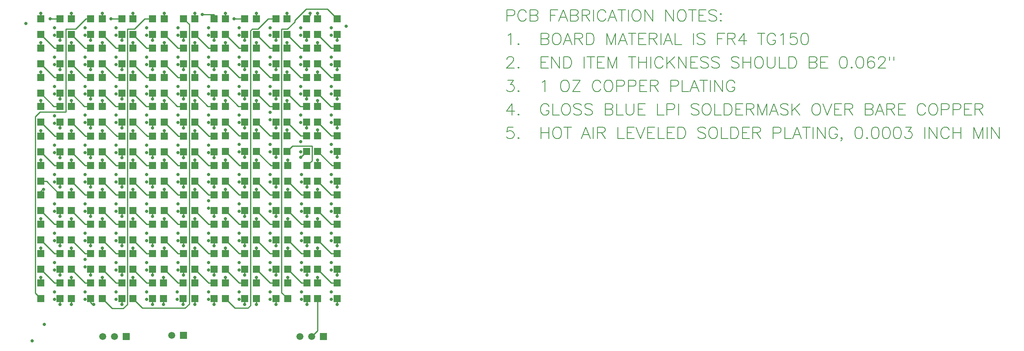
<source format=gtl>
G04 CAM350 V10.1.0 (Build 363) Date:  Mon Jun 15 22:01:46 2015 *
G04 Database: C:\Users\owner\Google Drive\rgb leds\Altium\rgb project\picxel_cam350.cam *
G04 Layer 9: PCB1.GTL *
%FSLAX25Y25*%
%MOIN*%
%SFA1.000B1.000*%

%MIA0B0*%
%IPPOS*%
%ADD70R,0.06000X0.06000*%
%ADD71C,0.01000*%
%ADD72R,0.05906X0.05906*%
%ADD73C,0.05906*%
%ADD38C,0.02800*%
%ADD53C,0.00800*%
%LNPCB1.GTL*%
%LPD*%
G54D70*
X360733Y235800D03*
X377268D03*
Y249200D03*
X360733D03*
Y274200D03*
X377268D03*
Y260800D03*
X360733D03*
Y285800D03*
X377268D03*
Y299200D03*
X360733D03*
Y324200D03*
X377268D03*
Y310800D03*
X360733D03*
Y335800D03*
X377268D03*
Y349200D03*
X360733D03*
Y374700D03*
X377268D03*
Y361300D03*
X360733D03*
Y386300D03*
X377268D03*
Y399700D03*
X360733D03*
Y424200D03*
X377268D03*
Y410800D03*
X360733D03*
Y435800D03*
X377268D03*
Y449200D03*
X360733D03*
Y474200D03*
X377268D03*
Y460800D03*
X360733D03*
X335233Y235800D03*
X351768D03*
Y249200D03*
X335233D03*
Y274200D03*
X351768D03*
Y260800D03*
X335233D03*
Y285800D03*
X351768D03*
Y299200D03*
X335233D03*
Y324200D03*
X351768D03*
Y310800D03*
X335233D03*
Y335800D03*
X351768D03*
Y349200D03*
X335233D03*
X334733Y374700D03*
X351268D03*
Y361300D03*
X334733D03*
Y386300D03*
X351268D03*
Y399700D03*
X334733D03*
Y424200D03*
X351268D03*
Y410800D03*
X334733D03*
Y435800D03*
X351268D03*
Y449200D03*
X334733D03*
Y474200D03*
X351268D03*
Y460800D03*
X334733D03*
X308733Y235800D03*
X325268D03*
Y249200D03*
X308733D03*
Y274200D03*
X325268D03*
Y260800D03*
X308733D03*
Y285800D03*
X325268D03*
Y299200D03*
X308733D03*
Y324200D03*
X325268D03*
Y310800D03*
X308733D03*
Y335800D03*
X325268D03*
Y349200D03*
X308733D03*
Y374700D03*
X325268D03*
Y361300D03*
X308733D03*
Y386300D03*
X325268D03*
Y399700D03*
X308733D03*
Y424200D03*
X325268D03*
Y410800D03*
X308733D03*
Y435800D03*
X325268D03*
Y449200D03*
X308733D03*
Y474200D03*
X325268D03*
Y460800D03*
X308733D03*
X282233Y235800D03*
X298768D03*
Y249200D03*
X282233D03*
Y274200D03*
X298768D03*
Y260800D03*
X282233D03*
Y285800D03*
X298768D03*
Y299200D03*
X282233D03*
Y324200D03*
X298768D03*
Y310800D03*
X282233D03*
Y335800D03*
X298768D03*
Y349200D03*
X282233D03*
Y374700D03*
X298768D03*
Y361300D03*
X282233D03*
Y386300D03*
X298768D03*
Y399700D03*
X282233D03*
Y424200D03*
X298768D03*
Y410800D03*
X282233D03*
Y435800D03*
X298768D03*
Y449200D03*
X282233D03*
Y474200D03*
X298768D03*
Y460800D03*
X282233D03*
X256233Y235800D03*
X272768D03*
Y249200D03*
X256233D03*
Y274200D03*
X272768D03*
Y260800D03*
X256233D03*
Y285800D03*
X272768D03*
Y299200D03*
X256233D03*
Y324200D03*
X272768D03*
Y310800D03*
X256233D03*
Y335800D03*
X272768D03*
Y349200D03*
X256233D03*
Y374200D03*
X272768D03*
Y360800D03*
X256233D03*
Y386300D03*
X272768D03*
Y399700D03*
X256233D03*
Y424200D03*
X272768D03*
Y410800D03*
X256233D03*
Y435800D03*
X272768D03*
Y449200D03*
X256233D03*
Y474200D03*
X272768D03*
Y460800D03*
X256233D03*
X229733Y235800D03*
X246268D03*
Y249200D03*
X229733D03*
X230233Y274200D03*
X246768D03*
Y260800D03*
X230233D03*
Y285800D03*
X246768D03*
Y299200D03*
X230233D03*
Y324200D03*
X246768D03*
Y310800D03*
X230233D03*
Y335800D03*
X246768D03*
Y349200D03*
X230233D03*
Y374200D03*
X246768D03*
Y360800D03*
X230233D03*
Y386300D03*
X246768D03*
Y399700D03*
X230233D03*
Y424200D03*
X246768D03*
Y410800D03*
X230233D03*
Y435800D03*
X246768D03*
Y449200D03*
X230233D03*
Y474200D03*
X246768D03*
Y460800D03*
X230233D03*
X203733Y235800D03*
X220268D03*
Y249200D03*
X203733D03*
Y274200D03*
X220268D03*
Y260800D03*
X203733D03*
Y285800D03*
X220268D03*
Y299200D03*
X203733D03*
Y324200D03*
X220268D03*
Y310800D03*
X203733D03*
Y335800D03*
X220268D03*
Y349200D03*
X203733D03*
Y374200D03*
X220268D03*
Y360800D03*
X203733D03*
Y386300D03*
X220268D03*
Y399700D03*
X203733D03*
Y424200D03*
X220268D03*
Y410800D03*
X203733D03*
Y435800D03*
X220268D03*
Y449200D03*
X203733D03*
Y474200D03*
X220268D03*
Y460800D03*
X203733D03*
X177733Y235800D03*
X194268D03*
Y249200D03*
X177733D03*
Y274200D03*
X194268D03*
Y260800D03*
X177733D03*
Y285800D03*
X194268D03*
Y299200D03*
X177733D03*
Y324200D03*
X194268D03*
Y310800D03*
X177733D03*
Y335800D03*
X194268D03*
Y349200D03*
X177733D03*
Y374200D03*
X194268D03*
Y360800D03*
X177733D03*
Y386300D03*
X194268D03*
Y399700D03*
X177733D03*
Y424200D03*
X194268D03*
Y410800D03*
X177733D03*
Y435800D03*
X194268D03*
Y449200D03*
X177733D03*
Y474200D03*
X194268D03*
Y460800D03*
X177733D03*
X151233Y235800D03*
X167768D03*
Y249200D03*
X151233D03*
Y274200D03*
X167768D03*
Y260800D03*
X151233D03*
Y285800D03*
X167768D03*
Y299200D03*
X151233D03*
Y324200D03*
X167768D03*
Y310800D03*
X151233D03*
Y335800D03*
X167768D03*
Y349200D03*
X151233D03*
Y374200D03*
X167768D03*
Y360800D03*
X151233D03*
Y386300D03*
X167768D03*
Y399700D03*
X151233D03*
Y424200D03*
X167768D03*
Y410800D03*
X151233D03*
Y435800D03*
X167768D03*
Y449200D03*
X151233D03*
Y474200D03*
X167768D03*
Y460800D03*
X151233D03*
X125233Y235800D03*
X141768D03*
Y249200D03*
X125233D03*
Y274200D03*
X141768D03*
Y260800D03*
X125233D03*
Y285800D03*
X141768D03*
Y299200D03*
X125233D03*
Y324200D03*
X141768D03*
Y310800D03*
X125233D03*
Y335800D03*
X141768D03*
Y349200D03*
X125233D03*
Y374200D03*
X141768D03*
Y360800D03*
X125233D03*
Y386300D03*
X141768D03*
Y399700D03*
X125233D03*
Y424200D03*
X141768D03*
Y410800D03*
X125233D03*
Y435800D03*
X141768D03*
Y449200D03*
X125233D03*
Y474200D03*
X141768D03*
Y460800D03*
X125233D03*
G54D72*
X246500Y204500D03*
X198000Y203500D03*
X365500D03*
G54D73*
X236500Y204500D03*
X188000Y203500D03*
X178000D03*
X345500D03*
X355500D03*
G54D38*
X354400Y479100D03*
X308700Y230900D03*
X256200D03*
X289600Y474200D03*
X262500Y477800D03*
X229700Y230900D03*
X185100Y474200D03*
X151233Y230900D03*
X170268D03*
X127733Y329100D03*
X133300Y474200D03*
X162869Y262850D03*
Y269150D03*
X267869Y312850D03*
Y319150D03*
X320369Y388350D03*
Y394650D03*
X346268Y356400D03*
X346369Y369650D03*
X136869Y235350D03*
X141768Y230900D03*
X162869Y235350D03*
X136869Y260350D03*
X141768Y255900D03*
X189369Y235350D03*
X167768Y255900D03*
X136869Y285350D03*
X194268Y230900D03*
X141768Y280900D03*
X189369Y260350D03*
X162869Y285350D03*
X194268Y255900D03*
X215369Y235350D03*
X167768Y280900D03*
X220268Y230900D03*
X136869Y310350D03*
X189369Y285350D03*
X141768Y305900D03*
X215369Y260350D03*
X194268Y280900D03*
X162869Y310350D03*
X220268Y255900D03*
X167768Y305900D03*
X241369Y235350D03*
X215369Y285350D03*
X189369Y310350D03*
X246268Y230900D03*
X136869Y335350D03*
X241869Y260350D03*
X141768Y330900D03*
X220268Y280900D03*
X194268Y305900D03*
X162869Y335350D03*
X246768Y255900D03*
X167768Y330900D03*
X215369Y310350D03*
X267869Y235350D03*
X241869Y285350D03*
X189369Y335350D03*
X220268Y305900D03*
X272768Y230900D03*
X246768Y280900D03*
X136869Y360350D03*
X194268Y330900D03*
X267869Y260350D03*
X141768Y355900D03*
X162869Y360350D03*
X241869Y310350D03*
X272768Y255900D03*
X215369Y335350D03*
X167768Y355900D03*
X267869Y285350D03*
X246768Y305900D03*
X220268Y330900D03*
X293869Y235350D03*
X189369Y360350D03*
X272768Y280900D03*
X194268Y355900D03*
X298768Y230900D03*
X293869Y260350D03*
X136869Y385350D03*
X241869Y335350D03*
X141768Y381400D03*
X215369Y360350D03*
X162869Y385850D03*
X246768Y330900D03*
X298768Y255900D03*
X167768Y381400D03*
X272768Y305900D03*
X220268Y355900D03*
X293869Y285350D03*
X189369Y385850D03*
X320369Y235350D03*
X298768Y280900D03*
X267869Y335350D03*
X194268Y381400D03*
X241869Y360350D03*
X293869Y310350D03*
X320369Y260350D03*
X136869Y410350D03*
X325268Y230900D03*
X141768Y405900D03*
X272768Y330900D03*
X246768Y355900D03*
X215369Y385850D03*
X162869Y410350D03*
X298768Y305900D03*
X220268Y381400D03*
X325268Y255900D03*
X167768Y405900D03*
X320369Y285350D03*
X267869Y360350D03*
X189369Y410350D03*
X293869Y335350D03*
X241869Y385850D03*
X346869Y235350D03*
X194268Y405900D03*
X325268Y280900D03*
X272768Y355900D03*
X298768Y330900D03*
X320369Y310350D03*
X246768Y381400D03*
X215369Y410350D03*
X136869Y435350D03*
X346869Y260350D03*
X351768Y230900D03*
X141768Y430900D03*
X220268Y405900D03*
X162869Y435350D03*
X325268Y305900D03*
X293869Y360850D03*
X267869Y385850D03*
X167768Y430900D03*
X351768Y255900D03*
X346869Y285350D03*
X320369Y335350D03*
X189369Y435350D03*
X241869Y410350D03*
X272768Y381400D03*
X298768Y356400D03*
X194268Y430900D03*
X351768Y280900D03*
X372369Y235350D03*
X246768Y405900D03*
X325268Y330900D03*
X346869Y310350D03*
X215369Y435350D03*
X372369Y260350D03*
X136869Y460350D03*
X293869Y385850D03*
X377268Y230900D03*
X141768Y455900D03*
X220268Y430900D03*
X320369Y360850D03*
X267869Y410350D03*
X351768Y305900D03*
X162869Y460350D03*
X298768Y381400D03*
X167768Y455900D03*
X372369Y285350D03*
X377268Y255900D03*
X272768Y405900D03*
X346869Y335350D03*
X325268Y356400D03*
X241869Y435350D03*
X189369Y460350D03*
X246768Y430900D03*
X194268Y455900D03*
X351768Y330900D03*
X377268Y280900D03*
X372369Y310350D03*
X293869Y410350D03*
X215369Y460350D03*
X346369Y360850D03*
X267869Y435350D03*
X298768Y405900D03*
X220268Y455900D03*
X325268Y381400D03*
X377268Y305900D03*
X272768Y430900D03*
X372369Y335350D03*
X241869Y460350D03*
X320369Y410350D03*
X246768Y455900D03*
X377268Y330900D03*
X293869Y435350D03*
X346369Y385850D03*
X325268Y405900D03*
X372369Y360850D03*
X298768Y430900D03*
X267869Y460350D03*
X351268Y381400D03*
X272768Y455900D03*
X377268Y356400D03*
X346369Y410350D03*
X320369Y435350D03*
X372369Y385850D03*
X293869Y460350D03*
X325268Y430900D03*
X351268Y405900D03*
X298768Y455900D03*
X377268Y381400D03*
X346369Y435350D03*
X372369Y410350D03*
X320369Y460350D03*
X351268Y430900D03*
X325268Y455900D03*
X377268Y405900D03*
X372369Y435350D03*
X346369Y460350D03*
X351268Y455900D03*
X377268Y430900D03*
X372369Y460350D03*
X377268Y455900D03*
X128175Y214000D03*
X136869Y241650D03*
X125233Y254100D03*
X162869Y241650D03*
X151233Y254100D03*
X136869Y266650D03*
X125233Y279100D03*
X177733Y254100D03*
X189369Y241650D03*
X151233Y279100D03*
X136869Y291650D03*
X125233Y304100D03*
X189369Y266650D03*
X177733Y279100D03*
X203733Y254100D03*
X162869Y291650D03*
X215369Y241650D03*
X151233Y304100D03*
X136869Y316650D03*
X203733Y279100D03*
X189369Y291650D03*
X215369Y266650D03*
X177733Y304100D03*
X229733Y254100D03*
X162869Y316650D03*
X241369Y241650D03*
X151233Y329100D03*
X215369Y291650D03*
X203733Y304100D03*
X230233Y279100D03*
X189369Y316650D03*
X241869Y266650D03*
X136869Y341650D03*
X177733Y329100D03*
X125233Y354100D03*
X256233Y254100D03*
X162869Y341650D03*
X267869Y241650D03*
X151233Y354100D03*
X215369Y316650D03*
X230233Y304100D03*
X203733Y329100D03*
X241869Y291650D03*
X189369Y341650D03*
X256233Y279100D03*
X267869Y266650D03*
X177733Y354100D03*
X136869Y366650D03*
X125233Y379100D03*
X241869Y316650D03*
X230233Y329100D03*
X282233Y254100D03*
X162869Y366650D03*
X215369Y341650D03*
X256233Y304100D03*
X203733Y354100D03*
X267869Y291650D03*
X293869Y241650D03*
X151233Y379100D03*
X189369Y366650D03*
X282233Y279100D03*
X177733Y379100D03*
X293869Y266650D03*
X136869Y391650D03*
X241869Y341650D03*
X256233Y329100D03*
X230233Y354100D03*
X215369Y366650D03*
X282233Y304100D03*
X162869Y392150D03*
X125233Y404600D03*
X308733Y254100D03*
X203733Y379100D03*
X293869Y291650D03*
X151233Y404600D03*
X320369Y241650D03*
X189369Y392150D03*
X308733Y279100D03*
X256233Y354100D03*
X267869Y341650D03*
X177733Y404600D03*
X241869Y366650D03*
X282233Y329100D03*
X320369Y266650D03*
X230233Y379100D03*
X293869Y316650D03*
X136869Y416650D03*
X215369Y392150D03*
X308733Y304100D03*
X203733Y404600D03*
X162869Y416650D03*
X125233Y429100D03*
X320369Y291650D03*
X335233Y254100D03*
X151233Y429100D03*
X267869Y366650D03*
X282233Y354100D03*
X256233Y379100D03*
X293869Y341650D03*
X346869Y241650D03*
X189369Y416650D03*
X241869Y392150D03*
X335233Y279100D03*
X308733Y329100D03*
X230233Y404600D03*
X177733Y429100D03*
X320369Y316650D03*
X346869Y266650D03*
X215369Y416650D03*
X136869Y441650D03*
X335233Y304100D03*
X203733Y429100D03*
X162869Y441650D03*
X282233Y379600D03*
X293869Y367150D03*
X346869Y291650D03*
X125233Y454100D03*
X267869Y392150D03*
X308733Y354100D03*
X360733Y254100D03*
X256233Y404600D03*
X320369Y341650D03*
X151233Y454100D03*
X241869Y416650D03*
X189369Y441650D03*
X372369Y241650D03*
X335233Y329100D03*
X230233Y429100D03*
X360733Y279100D03*
X346869Y316650D03*
X177733Y454100D03*
X372369Y266650D03*
X215369Y441650D03*
X293869Y392150D03*
X282233Y404600D03*
X308733Y379600D03*
X136869Y466650D03*
X320369Y367150D03*
X360733Y304100D03*
X203733Y454100D03*
X267869Y416650D03*
X256233Y429100D03*
X335233Y354100D03*
X372369Y291650D03*
X162869Y466650D03*
X346869Y341650D03*
X125233Y479100D03*
X241869Y441650D03*
X151233Y479100D03*
X189369Y466650D03*
X360733Y329100D03*
X230233Y454100D03*
X372369Y316650D03*
X177733Y479100D03*
X308733Y404600D03*
X293869Y416650D03*
X282233Y429100D03*
X334733Y379600D03*
X215369Y466650D03*
X267869Y441650D03*
X360733Y354100D03*
X256233Y454100D03*
X203733Y479100D03*
X372369Y341650D03*
X241869Y466650D03*
X320369Y416650D03*
X230233Y479100D03*
X308733Y429100D03*
X334733Y404600D03*
X346369Y392150D03*
X293869Y441650D03*
X282233Y454100D03*
X360733Y379600D03*
X372369Y367150D03*
X267869Y466650D03*
X256233Y479100D03*
X334733Y429100D03*
X346369Y416650D03*
X320369Y441650D03*
X308733Y454100D03*
X360733Y404600D03*
X372369Y392150D03*
X293869Y466650D03*
X282233Y479100D03*
X346369Y441650D03*
X334733Y454100D03*
X360733Y429100D03*
X372369Y416650D03*
X320369Y466650D03*
X308733Y479100D03*
X360733Y454100D03*
X372369Y441650D03*
X346369Y466650D03*
X334733Y479100D03*
X372369Y466650D03*
X360733Y479100D03*
X117950Y199800D03*
X112800Y470270D03*
X385130Y467830D03*
G54D71*
X360733Y208733D02*
G01Y235800D01*
X355500Y203500D02*
G01X360733Y208733D01*
X372333Y249200D02*
G01X377268D01*
X360733Y260800D02*
G01X372333Y249200D01*
Y274200D02*
G01X377268D01*
X360733Y285800D02*
G01X372333Y274200D01*
Y299200D02*
G01X377268D01*
X360733Y310800D02*
G01X372333Y299200D01*
Y324200D02*
G01X377268D01*
X360733Y335800D02*
G01X372333Y324200D01*
X372833Y349200D02*
G01X377268D01*
X360733Y361300D02*
G01X372833Y349200D01*
X372333Y374700D02*
G01X377268D01*
X360733Y386300D02*
G01X372333Y374700D01*
X371833Y399700D02*
G01X377268D01*
X360733Y410800D02*
G01X371833Y399700D01*
X372333Y424200D02*
G01X377268D01*
X360733Y435800D02*
G01X372333Y424200D01*
Y449200D02*
G01X377268D01*
X360733Y460800D02*
G01X372333Y449200D01*
X346833Y274200D02*
G01X351768D01*
X335233Y285800D02*
G01X346833Y274200D01*
Y299200D02*
G01X351768D01*
X335233Y310800D02*
G01X346833Y299200D01*
Y324200D02*
G01X351768D01*
X335233Y335800D02*
G01X346833Y324200D01*
X346333Y374700D02*
G01X351268D01*
X334733Y386300D02*
G01X346333Y374700D01*
X345833Y399700D02*
G01X351268D01*
X334733Y410800D02*
G01X345833Y399700D01*
X346333Y424200D02*
G01X351268D01*
X334733Y435800D02*
G01X346333Y424200D01*
Y449200D02*
G01X351268D01*
X334733Y460800D02*
G01X346333Y449200D01*
X351268Y474200D02*
G01X354400Y477332D01*
Y479100*
X308700Y230900D02*
G01X308733Y230933D01*
Y235800*
X320333Y274200D02*
G01X325268D01*
X308733Y285800D02*
G01X320333Y274200D01*
Y299200D02*
G01X325268D01*
X308733Y310800D02*
G01X320333Y299200D01*
Y324200D02*
G01X325268D01*
X308733Y335800D02*
G01X320333Y324200D01*
X320833Y349200D02*
G01X325268D01*
X308733Y361300D02*
G01X320833Y349200D01*
X320333Y374700D02*
G01X325268D01*
X308733Y386300D02*
G01X320333Y374700D01*
X319833Y399700D02*
G01X325268D01*
X308733Y410800D02*
G01X319833Y399700D01*
X320333Y424200D02*
G01X325268D01*
X308733Y435800D02*
G01X320333Y424200D01*
Y449200D02*
G01X325268D01*
X308733Y460800D02*
G01X320333Y449200D01*
X293833Y274200D02*
G01X298768D01*
X282233Y285800D02*
G01X293833Y274200D01*
Y299200D02*
G01X298768D01*
X282233Y310800D02*
G01X293833Y299200D01*
Y324200D02*
G01X298768D01*
X282233Y335800D02*
G01X293833Y324200D01*
X294333Y349200D02*
G01X298768D01*
X282233Y361300D02*
G01X294333Y349200D01*
X293833Y374700D02*
G01X298768D01*
X282233Y386300D02*
G01X293833Y374700D01*
X293333Y399700D02*
G01X298768D01*
X282233Y410800D02*
G01X293333Y399700D01*
X293833Y424200D02*
G01X298768D01*
X282233Y435800D02*
G01X293833Y424200D01*
Y449200D02*
G01X298768D01*
X282233Y460800D02*
G01X293833Y449200D01*
X256200Y235767D02*
G01X256233Y235800D01*
X256200Y230900D02*
G01Y235767D01*
X289600Y474200D02*
G01X298768D01*
X267833Y274200D02*
G01X272768D01*
X256233Y285800D02*
G01X267833Y274200D01*
Y299200D02*
G01X272768D01*
X256233Y310800D02*
G01X267833Y299200D01*
Y324200D02*
G01X272768D01*
X256233Y335800D02*
G01X267833Y324200D01*
Y349200D02*
G01X272768D01*
X256233Y360800D02*
G01X267833Y349200D01*
X268333Y374200D02*
G01X272768D01*
X256233Y386300D02*
G01X268333Y374200D01*
X267333Y399700D02*
G01X272768D01*
X256233Y410800D02*
G01X267333Y399700D01*
X267833Y424200D02*
G01X272768D01*
X256233Y435800D02*
G01X267833Y424200D01*
Y449200D02*
G01X272768D01*
X256233Y460800D02*
G01X267833Y449200D01*
X272768Y474200D02*
G01Y477800D01*
X262500D02*
G01X272768D01*
X229700Y230900D02*
G01Y235767D01*
X229733Y235800*
X241833Y274200D02*
G01X246768D01*
X230233Y285800D02*
G01X241833Y274200D01*
Y299200D02*
G01X246768D01*
X230233Y310800D02*
G01X241833Y299200D01*
Y324200D02*
G01X246768D01*
X230233Y335800D02*
G01X241833Y324200D01*
Y349200D02*
G01X246768D01*
X230233Y360800D02*
G01X241833Y349200D01*
X242333Y374200D02*
G01X246768D01*
X230233Y386300D02*
G01X242333Y374200D01*
X241333Y399700D02*
G01X246768D01*
X230233Y410800D02*
G01X241333Y399700D01*
X241833Y424200D02*
G01X246768D01*
X230233Y435800D02*
G01X241833Y424200D01*
Y449200D02*
G01X246768D01*
X230233Y460800D02*
G01X241833Y449200D01*
X246768Y474200D02*
G01X251500Y469468D01*
Y231200D02*
G01Y469468D01*
X248100Y227800D02*
G01X251500Y231200D01*
X211733Y227800D02*
G01X248100D01*
X203733Y235800D02*
G01X211733Y227800D01*
X215333Y274200D02*
G01X220268D01*
X203733Y285800D02*
G01X215333Y274200D01*
Y299200D02*
G01X220268D01*
X203733Y310800D02*
G01X215333Y299200D01*
Y324200D02*
G01X220268D01*
X203733Y335800D02*
G01X215333Y324200D01*
Y349200D02*
G01X220268D01*
X203733Y360800D02*
G01X215333Y349200D01*
X215833Y374200D02*
G01X220268D01*
X203733Y386300D02*
G01X215833Y374200D01*
X214833Y399700D02*
G01X220268D01*
X203733Y410800D02*
G01X214833Y399700D01*
X215333Y424200D02*
G01X220268D01*
X203733Y435800D02*
G01X215333Y424200D01*
Y449200D02*
G01X220268D01*
X203733Y460800D02*
G01X215333Y449200D01*
X189333Y274200D02*
G01X194268D01*
X177733Y285800D02*
G01X189333Y274200D01*
Y299200D02*
G01X194268D01*
X177733Y310800D02*
G01X189333Y299200D01*
Y324200D02*
G01X194268D01*
X177733Y335800D02*
G01X189333Y324200D01*
Y349200D02*
G01X194268D01*
X177733Y360800D02*
G01X189333Y349200D01*
X189833Y374200D02*
G01X194268D01*
X177733Y386300D02*
G01X189833Y374200D01*
X188833Y399700D02*
G01X194268D01*
X177733Y410800D02*
G01X188833Y399700D01*
X189333Y424200D02*
G01X194268D01*
X177733Y435800D02*
G01X189333Y424200D01*
Y449200D02*
G01X194268D01*
X177733Y460800D02*
G01X189333Y449200D01*
X185100Y474200D02*
G01X194268D01*
X151233Y230900D02*
G01Y235800D01*
X162833Y274200D02*
G01X167768D01*
X151233Y285800D02*
G01X162833Y274200D01*
Y299200D02*
G01X167768D01*
X151233Y310800D02*
G01X162833Y299200D01*
Y324200D02*
G01X167768D01*
X151233Y335800D02*
G01X162833Y324200D01*
Y349200D02*
G01X167768D01*
X151233Y360800D02*
G01X162833Y349200D01*
X163333Y374200D02*
G01X167768D01*
X151233Y386300D02*
G01X163333Y374200D01*
X162333Y399700D02*
G01X167768D01*
X151233Y410800D02*
G01X162333Y399700D01*
X162833Y424200D02*
G01X167768D01*
X151233Y435800D02*
G01X162833Y424200D01*
Y449200D02*
G01X167768D01*
X151233Y460800D02*
G01X162833Y449200D01*
X136833Y274200D02*
G01X141768D01*
X125233Y285800D02*
G01X136833Y274200D01*
Y299200D02*
G01X141768D01*
X125233Y310800D02*
G01X136833Y299200D01*
X125233Y335800D02*
G01X130168D01*
X141768Y324200*
X136833Y349200D02*
G01X141768D01*
X125233Y360800D02*
G01X136833Y349200D01*
X137333Y374200D02*
G01X141768D01*
X125233Y386300D02*
G01X137333Y374200D01*
X136333Y399700D02*
G01X141768D01*
X125233Y410800D02*
G01X136333Y399700D01*
X136833Y424200D02*
G01X141768D01*
X125233Y435800D02*
G01X136833Y424200D01*
Y449200D02*
G01X141768D01*
X125233Y460800D02*
G01X136833Y449200D01*
X163700Y474200D02*
G01X167768D01*
X155000Y465500D02*
G01X163700Y474200D01*
X146500Y465500D02*
G01X155000D01*
X146500Y395000D02*
G01Y465500D01*
X124500Y395000D02*
G01X146500D01*
X120500Y391000D02*
G01X124500Y395000D01*
X120500Y240533D02*
G01Y391000D01*
Y240533D02*
G01X125233Y235800D01*
X368868Y482600D02*
G01X377268Y474200D01*
X351000Y482600D02*
G01X368868D01*
X341200Y472800D02*
G01X351000Y482600D01*
X341200Y471700D02*
G01Y472800D01*
X335000Y465500D02*
G01X341200Y471700D01*
X330000Y465500D02*
G01X335000D01*
X330000Y241033D02*
G01Y465500D01*
Y241033D02*
G01X335233Y235800D01*
X169368Y230900D02*
G01X170268D01*
X167768Y232500D02*
G01X169368Y230900D01*
X167768Y232500D02*
G01Y235800D01*
X126833Y329100D02*
G01X127733D01*
X125233Y327500D02*
G01X126833Y329100D01*
X125233Y324200D02*
G01Y327500D01*
X133300Y474200D02*
G01X141768D01*
X136833Y249200D02*
G01X141768D01*
X125233Y260800D02*
G01X136833Y249200D01*
X162833D02*
G01X167768D01*
X151233Y260800D02*
G01X162833Y249200D01*
X189333D02*
G01X194268D01*
X177733Y260800D02*
G01X189333Y249200D01*
X215333D02*
G01X220268D01*
X203733Y260800D02*
G01X215333Y249200D01*
X267833D02*
G01X272768D01*
X256233Y260800D02*
G01X267833Y249200D01*
X293833D02*
G01X298768D01*
X282233Y260800D02*
G01X293833Y249200D01*
X320333D02*
G01X325268D01*
X308733Y260800D02*
G01X320333Y249200D01*
X351768Y349200D02*
G01X356000Y353432D01*
Y366000*
X339433D02*
G01X356000D01*
X334733Y361300D02*
G01X339433Y366000D01*
X346833Y249200D02*
G01X351768D01*
X335233Y260800D02*
G01X346833Y249200D01*
X213700Y474200D02*
G01X220268D01*
X205000Y465500D02*
G01X213700Y474200D01*
X199000Y465500D02*
G01X205000D01*
X199000Y231100D02*
G01Y465500D01*
X195400Y227500D02*
G01X199000Y231100D01*
X186033Y227500D02*
G01X195400D01*
X177733Y235800D02*
G01X186033Y227500D01*
X282233Y235800D02*
G01X290233Y227800D01*
X301300*
X303500Y230000*
Y464000*
X305000Y465500*
X310000*
X318700Y474200*
X325268*
X241833Y249200D02*
G01X246268D01*
X230233Y260800D02*
G01X241833Y249200D01*
X346268Y356400D02*
G01X346368D01*
X351268Y361300*
X141768Y230900D02*
G01Y235800D01*
Y255900D02*
G01Y260800D01*
X167768Y255900D02*
G01Y260800D01*
X194268Y230900D02*
G01Y235800D01*
X141768Y280900D02*
G01Y285800D01*
X194268Y255900D02*
G01Y260800D01*
X167768Y280900D02*
G01Y285800D01*
X220268Y230900D02*
G01Y235800D01*
X141768Y305900D02*
G01Y310800D01*
X194268Y280900D02*
G01Y285800D01*
X220268Y255900D02*
G01Y260800D01*
X167768Y305900D02*
G01Y310800D01*
X246268Y230900D02*
G01Y235800D01*
X141768Y330900D02*
G01Y335800D01*
X220268Y280900D02*
G01Y285800D01*
X194268Y305900D02*
G01Y310800D01*
X246768Y255900D02*
G01Y260800D01*
X167768Y330900D02*
G01Y335800D01*
X220268Y305900D02*
G01Y310800D01*
X272768Y230900D02*
G01Y235800D01*
X246768Y280900D02*
G01Y285800D01*
X194268Y330900D02*
G01Y335800D01*
X141768Y355900D02*
G01Y360800D01*
X272768Y255900D02*
G01Y260800D01*
X167768Y355900D02*
G01Y360800D01*
X246768Y305900D02*
G01Y310800D01*
X220268Y330900D02*
G01Y335800D01*
X272768Y280900D02*
G01Y285800D01*
X194268Y355900D02*
G01Y360800D01*
X298768Y230900D02*
G01Y235800D01*
X141768Y381400D02*
G01Y386300D01*
X246768Y330900D02*
G01Y335800D01*
X298768Y255900D02*
G01Y260800D01*
X167768Y381400D02*
G01Y386300D01*
X272768Y305900D02*
G01Y310800D01*
X220268Y355900D02*
G01Y360800D01*
X298768Y280900D02*
G01Y285800D01*
X194268Y381400D02*
G01Y386300D01*
X325268Y230900D02*
G01Y235800D01*
X141768Y405900D02*
G01Y410800D01*
X272768Y330900D02*
G01Y335800D01*
X246768Y355900D02*
G01Y360800D01*
X298768Y305900D02*
G01Y310800D01*
X220268Y381400D02*
G01Y386300D01*
X325268Y255900D02*
G01Y260800D01*
X167768Y405900D02*
G01Y410800D01*
X194268Y405900D02*
G01Y410800D01*
X325268Y280900D02*
G01Y285800D01*
X272768Y355900D02*
G01Y360800D01*
X298768Y330900D02*
G01Y335800D01*
X246768Y381400D02*
G01Y386300D01*
X351768Y230900D02*
G01Y235800D01*
X141768Y430900D02*
G01Y435800D01*
X220268Y405900D02*
G01Y410800D01*
X325268Y305900D02*
G01Y310800D01*
X167768Y430900D02*
G01Y435800D01*
X351768Y255900D02*
G01Y260800D01*
X272768Y381400D02*
G01Y386300D01*
X298768Y356400D02*
G01Y361300D01*
X194268Y430900D02*
G01Y435800D01*
X351768Y280900D02*
G01Y285800D01*
X246768Y405900D02*
G01Y410800D01*
X325268Y330900D02*
G01Y335800D01*
X377268Y230900D02*
G01Y235800D01*
X141768Y455900D02*
G01Y460800D01*
X220268Y430900D02*
G01Y435800D01*
X351768Y305900D02*
G01Y310800D01*
X298768Y381400D02*
G01Y386300D01*
X167768Y455900D02*
G01Y460800D01*
X377268Y255900D02*
G01Y260800D01*
X272768Y405900D02*
G01Y410800D01*
X325268Y356400D02*
G01Y361300D01*
X246768Y430900D02*
G01Y435800D01*
X194268Y455900D02*
G01Y460800D01*
X351768Y330900D02*
G01Y335800D01*
X377268Y280900D02*
G01Y285800D01*
X298768Y405900D02*
G01Y410800D01*
X220268Y455900D02*
G01Y460800D01*
X325268Y381400D02*
G01Y386300D01*
X377268Y305900D02*
G01Y310800D01*
X272768Y430900D02*
G01Y435800D01*
X246768Y455900D02*
G01Y460800D01*
X377268Y330900D02*
G01Y335800D01*
X325268Y405900D02*
G01Y410800D01*
X298768Y430900D02*
G01Y435800D01*
X351268Y381400D02*
G01Y386300D01*
X272768Y455900D02*
G01Y460800D01*
X377268Y356400D02*
G01Y361300D01*
X325268Y430900D02*
G01Y435800D01*
X351268Y405900D02*
G01Y410800D01*
X298768Y455900D02*
G01Y460800D01*
X377268Y381400D02*
G01Y386300D01*
X351268Y430900D02*
G01Y435800D01*
X325268Y455900D02*
G01Y460800D01*
X377268Y405900D02*
G01Y410800D01*
X351268Y455900D02*
G01Y460800D01*
X377268Y430900D02*
G01Y435800D01*
Y455900D02*
G01Y460800D01*
X125233Y249200D02*
G01Y254100D01*
X151233Y249200D02*
G01Y254100D01*
X125233Y274200D02*
G01Y279100D01*
X177733Y249200D02*
G01Y254100D01*
X151233Y274200D02*
G01Y279100D01*
X125233Y299200D02*
G01Y304100D01*
X177733Y274200D02*
G01Y279100D01*
X203733Y249200D02*
G01Y254100D01*
X151233Y299200D02*
G01Y304100D01*
X203733Y274200D02*
G01Y279100D01*
X177733Y299200D02*
G01Y304100D01*
X229733Y249200D02*
G01Y254100D01*
X151233Y324200D02*
G01Y329100D01*
X203733Y299200D02*
G01Y304100D01*
X230233Y274200D02*
G01Y279100D01*
X177733Y324200D02*
G01Y329100D01*
X125233Y349200D02*
G01Y354100D01*
X256233Y249200D02*
G01Y254100D01*
X151233Y349200D02*
G01Y354100D01*
X230233Y299200D02*
G01Y304100D01*
X203733Y324200D02*
G01Y329100D01*
X256233Y274200D02*
G01Y279100D01*
X177733Y349200D02*
G01Y354100D01*
X125233Y374200D02*
G01Y379100D01*
X230233Y324200D02*
G01Y329100D01*
X282233Y249200D02*
G01Y254100D01*
X256233Y299200D02*
G01Y304100D01*
X203733Y349200D02*
G01Y354100D01*
X151233Y374200D02*
G01Y379100D01*
X282233Y274200D02*
G01Y279100D01*
X177733Y374200D02*
G01Y379100D01*
X256233Y324200D02*
G01Y329100D01*
X230233Y349200D02*
G01Y354100D01*
X282233Y299200D02*
G01Y304100D01*
X125233Y399700D02*
G01Y404600D01*
X308733Y249200D02*
G01Y254100D01*
X203733Y374200D02*
G01Y379100D01*
X151233Y399700D02*
G01Y404600D01*
X308733Y274200D02*
G01Y279100D01*
X256233Y349200D02*
G01Y354100D01*
X177733Y399700D02*
G01Y404600D01*
X282233Y324200D02*
G01Y329100D01*
X230233Y374200D02*
G01Y379100D01*
X308733Y299200D02*
G01Y304100D01*
X203733Y399700D02*
G01Y404600D01*
X125233Y424200D02*
G01Y429100D01*
X335233Y249200D02*
G01Y254100D01*
X151233Y424200D02*
G01Y429100D01*
X282233Y349200D02*
G01Y354100D01*
X256233Y374200D02*
G01Y379100D01*
X335233Y274200D02*
G01Y279100D01*
X308733Y324200D02*
G01Y329100D01*
X230233Y399700D02*
G01Y404600D01*
X177733Y424200D02*
G01Y429100D01*
X335233Y299200D02*
G01Y304100D01*
X203733Y424200D02*
G01Y429100D01*
X282233Y374700D02*
G01Y379600D01*
X125233Y449200D02*
G01Y454100D01*
X308733Y349200D02*
G01Y354100D01*
X360733Y249200D02*
G01Y254100D01*
X256233Y399700D02*
G01Y404600D01*
X151233Y449200D02*
G01Y454100D01*
X335233Y324200D02*
G01Y329100D01*
X230233Y424200D02*
G01Y429100D01*
X360733Y274200D02*
G01Y279100D01*
X177733Y449200D02*
G01Y454100D01*
X282233Y399700D02*
G01Y404600D01*
X308733Y374700D02*
G01Y379600D01*
X360733Y299200D02*
G01Y304100D01*
X203733Y449200D02*
G01Y454100D01*
X256233Y424200D02*
G01Y429100D01*
X335233Y349200D02*
G01Y354100D01*
X125233Y474200D02*
G01Y479100D01*
X151233Y474200D02*
G01Y479100D01*
X360733Y324200D02*
G01Y329100D01*
X230233Y449200D02*
G01Y454100D01*
X177733Y474200D02*
G01Y479100D01*
X308733Y399700D02*
G01Y404600D01*
X282233Y424200D02*
G01Y429100D01*
X334733Y374700D02*
G01Y379600D01*
X360733Y349200D02*
G01Y354100D01*
X256233Y449200D02*
G01Y454100D01*
X203733Y474200D02*
G01Y479100D01*
X230233Y474200D02*
G01Y479100D01*
X308733Y424200D02*
G01Y429100D01*
X334733Y399700D02*
G01Y404600D01*
X282233Y449200D02*
G01Y454100D01*
X360733Y374700D02*
G01Y379600D01*
X256233Y474200D02*
G01Y479100D01*
X334733Y424200D02*
G01Y429100D01*
X308733Y449200D02*
G01Y454100D01*
X360733Y399700D02*
G01Y404600D01*
X282233Y474200D02*
G01Y479100D01*
X334733Y449200D02*
G01Y454100D01*
X360733Y424200D02*
G01Y429100D01*
X308733Y474200D02*
G01Y479100D01*
X360733Y449200D02*
G01Y454100D01*
X334733Y474200D02*
G01Y479100D01*
X360733Y474200D02*
G01Y479100D01*
G54D53*
G01X521755Y482064D02*
Y472220D01*
Y482064D02*
X525974D01*
X527380Y481595D01*
X527849Y481126D01*
X528317Y480189D01*
Y478782D01*
X527849Y477845D01*
X527380Y477376D01*
X525974Y476907D01*
X521755D01*
X538161Y479720D02*
X537692Y480657D01*
X536755Y481595D01*
X535817Y482064D01*
X533942D01*
X533005Y481595D01*
X532067Y480657D01*
X531599Y479720D01*
X531130Y478314D01*
Y475970D01*
X531599Y474564D01*
X532067Y473626D01*
X533005Y472689D01*
X533942Y472220D01*
X535817D01*
X536755Y472689D01*
X537692Y473626D01*
X538161Y474564D01*
X541442Y482064D02*
Y472220D01*
Y482064D02*
X545661D01*
X547067Y481595D01*
X547536Y481126D01*
X548005Y480189D01*
Y479251D01*
X547536Y478314D01*
X547067Y477845D01*
X545661Y477376D01*
X541442D02*
X545661D01*
X547067Y476907D01*
X547536Y476439D01*
X548005Y475501D01*
Y474095D01*
X547536Y473157D01*
X547067Y472689D01*
X545661Y472220D01*
X541442D01*
X558786Y482064D02*
Y472220D01*
Y482064D02*
X564880D01*
X558786Y477376D02*
X562536D01*
X569567Y482064D02*
X565817Y472220D01*
X569567Y482064D02*
X573317Y472220D01*
X567224Y475501D02*
X571911D01*
X575661Y482064D02*
Y472220D01*
Y482064D02*
X579880D01*
X581286Y481595D01*
X581755Y481126D01*
X582224Y480189D01*
Y479251D01*
X581755Y478314D01*
X581286Y477845D01*
X579880Y477376D01*
X575661D02*
X579880D01*
X581286Y476907D01*
X581755Y476439D01*
X582224Y475501D01*
Y474095D01*
X581755Y473157D01*
X581286Y472689D01*
X579880Y472220D01*
X575661D01*
X585505Y482064D02*
Y472220D01*
Y482064D02*
X589724D01*
X591130Y481595D01*
X591599Y481126D01*
X592067Y480189D01*
Y479251D01*
X591599Y478314D01*
X591130Y477845D01*
X589724Y477376D01*
X585505D01*
X588786D02*
X592067Y472220D01*
X595349Y482064D02*
Y472220D01*
X605661Y479720D02*
X605192Y480657D01*
X604255Y481595D01*
X603317Y482064D01*
X601442D01*
X600505Y481595D01*
X599567Y480657D01*
X599099Y479720D01*
X598630Y478314D01*
Y475970D01*
X599099Y474564D01*
X599567Y473626D01*
X600505Y472689D01*
X601442Y472220D01*
X603317D01*
X604255Y472689D01*
X605192Y473626D01*
X605661Y474564D01*
X611286Y482064D02*
X607536Y472220D01*
X611286Y482064D02*
X615036Y472220D01*
X608942Y475501D02*
X613630D01*
X619255Y482064D02*
Y472220D01*
X615974Y482064D02*
X622536D01*
X624880D02*
Y472220D01*
X630974Y482064D02*
X630036Y481595D01*
X629099Y480657D01*
X628630Y479720D01*
X628161Y478314D01*
Y475970D01*
X628630Y474564D01*
X629099Y473626D01*
X630036Y472689D01*
X630974Y472220D01*
X632849D01*
X633786Y472689D01*
X634724Y473626D01*
X635192Y474564D01*
X635661Y475970D01*
Y478314D01*
X635192Y479720D01*
X634724Y480657D01*
X633786Y481595D01*
X632849Y482064D01*
X630974D01*
X638942D02*
Y472220D01*
Y482064D02*
X645505Y472220D01*
Y482064D02*
Y472220D01*
X656755Y482064D02*
Y472220D01*
Y482064D02*
X663317Y472220D01*
Y482064D02*
Y472220D01*
X669411Y482064D02*
X668474Y481595D01*
X667536Y480657D01*
X667067Y479720D01*
X666599Y478314D01*
Y475970D01*
X667067Y474564D01*
X667536Y473626D01*
X668474Y472689D01*
X669411Y472220D01*
X671286D01*
X672224Y472689D01*
X673161Y473626D01*
X673630Y474564D01*
X674099Y475970D01*
Y478314D01*
X673630Y479720D01*
X673161Y480657D01*
X672224Y481595D01*
X671286Y482064D01*
X669411D01*
X679255D02*
Y472220D01*
X675974Y482064D02*
X682536D01*
X684880D02*
Y472220D01*
Y482064D02*
X690974D01*
X684880Y477376D02*
X688630D01*
X684880Y472220D02*
X690974D01*
X699880Y480657D02*
X698942Y481595D01*
X697536Y482064D01*
X695661D01*
X694255Y481595D01*
X693317Y480657D01*
Y479720D01*
X693786Y478782D01*
X694255Y478314D01*
X695192Y477845D01*
X698005Y476907D01*
X698942Y476439D01*
X699411Y475970D01*
X699880Y475032D01*
Y473626D01*
X698942Y472689D01*
X697536Y472220D01*
X695661D01*
X694255Y472689D01*
X693317Y473626D01*
X703630Y478782D02*
X703161Y478314D01*
X703630Y477845D01*
X704099Y478314D01*
X703630Y478782D01*
Y473157D02*
X703161Y472689D01*
X703630Y472220D01*
X704099Y472689D01*
X703630Y473157D01*
X522692Y460189D02*
X523630Y460657D01*
X525036Y462064D01*
Y452220D01*
X531599Y453157D02*
X531130Y452689D01*
X531599Y452220D01*
X532067Y452689D01*
X531599Y453157D01*
X550817Y462064D02*
Y452220D01*
Y462064D02*
X555036D01*
X556442Y461595D01*
X556911Y461126D01*
X557380Y460189D01*
Y459251D01*
X556911Y458314D01*
X556442Y457845D01*
X555036Y457376D01*
X550817D02*
X555036D01*
X556442Y456907D01*
X556911Y456439D01*
X557380Y455501D01*
Y454095D01*
X556911Y453157D01*
X556442Y452689D01*
X555036Y452220D01*
X550817D01*
X563005Y462064D02*
X562067Y461595D01*
X561130Y460657D01*
X560661Y459720D01*
X560192Y458314D01*
Y455970D01*
X560661Y454564D01*
X561130Y453626D01*
X562067Y452689D01*
X563005Y452220D01*
X564880D01*
X565817Y452689D01*
X566755Y453626D01*
X567224Y454564D01*
X567692Y455970D01*
Y458314D01*
X567224Y459720D01*
X566755Y460657D01*
X565817Y461595D01*
X564880Y462064D01*
X563005D01*
X573317D02*
X569567Y452220D01*
X573317Y462064D02*
X577067Y452220D01*
X570974Y455501D02*
X575661D01*
X579411Y462064D02*
Y452220D01*
Y462064D02*
X583630D01*
X585036Y461595D01*
X585505Y461126D01*
X585974Y460189D01*
Y459251D01*
X585505Y458314D01*
X585036Y457845D01*
X583630Y457376D01*
X579411D01*
X582692D02*
X585974Y452220D01*
X589255Y462064D02*
Y452220D01*
Y462064D02*
X592536D01*
X593942Y461595D01*
X594880Y460657D01*
X595349Y459720D01*
X595817Y458314D01*
Y455970D01*
X595349Y454564D01*
X594880Y453626D01*
X593942Y452689D01*
X592536Y452220D01*
X589255D01*
X606599Y462064D02*
Y452220D01*
Y462064D02*
X610349Y452220D01*
X614099Y462064D02*
X610349Y452220D01*
X614099Y462064D02*
Y452220D01*
X620192Y462064D02*
X616442Y452220D01*
X620192Y462064D02*
X623942Y452220D01*
X617849Y455501D02*
X622536D01*
X628161Y462064D02*
Y452220D01*
X624880Y462064D02*
X631442D01*
X633786D02*
Y452220D01*
Y462064D02*
X639880D01*
X633786Y457376D02*
X637536D01*
X633786Y452220D02*
X639880D01*
X642692Y462064D02*
Y452220D01*
Y462064D02*
X646911D01*
X648317Y461595D01*
X648786Y461126D01*
X649255Y460189D01*
Y459251D01*
X648786Y458314D01*
X648317Y457845D01*
X646911Y457376D01*
X642692D01*
X645974D02*
X649255Y452220D01*
X652536Y462064D02*
Y452220D01*
X658630Y462064D02*
X654880Y452220D01*
X658630Y462064D02*
X662380Y452220D01*
X656286Y455501D02*
X660974D01*
X664724Y462064D02*
Y452220D01*
Y452220D02*
X670349D01*
X680192Y462064D02*
Y452220D01*
X690036Y460657D02*
X689099Y461595D01*
X687692Y462064D01*
X685817D01*
X684411Y461595D01*
X683474Y460657D01*
Y459720D01*
X683942Y458782D01*
X684411Y458314D01*
X685349Y457845D01*
X688161Y456907D01*
X689099Y456439D01*
X689567Y455970D01*
X690036Y455032D01*
Y453626D01*
X689099Y452689D01*
X687692Y452220D01*
X685817D01*
X684411Y452689D01*
X683474Y453626D01*
X700817Y462064D02*
Y452220D01*
Y462064D02*
X706911D01*
X700817Y457376D02*
X704567D01*
X709255Y462064D02*
Y452220D01*
Y462064D02*
X713474D01*
X714880Y461595D01*
X715349Y461126D01*
X715817Y460189D01*
Y459251D01*
X715349Y458314D01*
X714880Y457845D01*
X713474Y457376D01*
X709255D01*
X712536D02*
X715817Y452220D01*
X723317Y462064D02*
X718630Y455501D01*
X725661D01*
X723317Y462064D02*
Y452220D01*
X737849Y462064D02*
Y452220D01*
X734567Y462064D02*
X741130D01*
X750036Y459720D02*
X749567Y460657D01*
X748630Y461595D01*
X747692Y462064D01*
X745817D01*
X744880Y461595D01*
X743942Y460657D01*
X743474Y459720D01*
X743005Y458314D01*
Y455970D01*
X743474Y454564D01*
X743942Y453626D01*
X744880Y452689D01*
X745817Y452220D01*
X747692D01*
X748630Y452689D01*
X749567Y453626D01*
X750036Y454564D01*
Y455970D01*
X747692D02*
X750036D01*
X754255Y460189D02*
X755192Y460657D01*
X756599Y462064D01*
Y452220D01*
X767849Y462064D02*
X763161D01*
X762692Y457845D01*
X763161Y458314D01*
X764567Y458782D01*
X765974D01*
X767380Y458314D01*
X768317Y457376D01*
X768786Y455970D01*
Y455032D01*
X768317Y453626D01*
X767380Y452689D01*
X765974Y452220D01*
X764567D01*
X763161Y452689D01*
X762692Y453157D01*
X762224Y454095D01*
X774411Y462064D02*
X773005Y461595D01*
X772067Y460189D01*
X771599Y457845D01*
Y456439D01*
X772067Y454095D01*
X773005Y452689D01*
X774411Y452220D01*
X775349D01*
X776755Y452689D01*
X777692Y454095D01*
X778161Y456439D01*
Y457845D01*
X777692Y460189D01*
X776755Y461595D01*
X775349Y462064D01*
X774411D01*
X521755Y439720D02*
Y440189D01*
X522224Y441126D01*
X522692Y441595D01*
X523630Y442064D01*
X525505D01*
X526442Y441595D01*
X526911Y441126D01*
X527380Y440189D01*
Y439251D01*
X526911Y438314D01*
X525974Y436907D01*
X521286Y432220D01*
X527849D01*
X531599Y433157D02*
X531130Y432689D01*
X531599Y432220D01*
X532067Y432689D01*
X531599Y433157D01*
X550817Y442064D02*
Y432220D01*
Y442064D02*
X556911D01*
X550817Y437376D02*
X554567D01*
X550817Y432220D02*
X556911D01*
X559724Y442064D02*
Y432220D01*
Y442064D02*
X566286Y432220D01*
Y442064D02*
Y432220D01*
X570036Y442064D02*
Y432220D01*
Y442064D02*
X573317D01*
X574724Y441595D01*
X575661Y440657D01*
X576130Y439720D01*
X576599Y438314D01*
Y435970D01*
X576130Y434564D01*
X575661Y433626D01*
X574724Y432689D01*
X573317Y432220D01*
X570036D01*
X587380Y442064D02*
Y432220D01*
X593005Y442064D02*
Y432220D01*
X589724Y442064D02*
X596286D01*
X598630D02*
Y432220D01*
Y442064D02*
X604724D01*
X598630Y437376D02*
X602380D01*
X598630Y432220D02*
X604724D01*
X607536Y442064D02*
Y432220D01*
Y442064D02*
X611286Y432220D01*
X615036Y442064D02*
X611286Y432220D01*
X615036Y442064D02*
Y432220D01*
X628161Y442064D02*
Y432220D01*
X624880Y442064D02*
X631442D01*
X633786D02*
Y432220D01*
X640349Y442064D02*
Y432220D01*
X633786Y437376D02*
X640349D01*
X644099Y442064D02*
Y432220D01*
X654411Y439720D02*
X653942Y440657D01*
X653005Y441595D01*
X652067Y442064D01*
X650192D01*
X649255Y441595D01*
X648317Y440657D01*
X647849Y439720D01*
X647380Y438314D01*
Y435970D01*
X647849Y434564D01*
X648317Y433626D01*
X649255Y432689D01*
X650192Y432220D01*
X652067D01*
X653005Y432689D01*
X653942Y433626D01*
X654411Y434564D01*
X657692Y442064D02*
Y432220D01*
X664255Y442064D02*
X657692Y435501D01*
X660036Y437845D02*
X664255Y432220D01*
X667536Y442064D02*
Y432220D01*
Y442064D02*
X674099Y432220D01*
Y442064D02*
Y432220D01*
X677849Y442064D02*
Y432220D01*
Y442064D02*
X683942D01*
X677849Y437376D02*
X681599D01*
X677849Y432220D02*
X683942D01*
X692849Y440657D02*
X691911Y441595D01*
X690505Y442064D01*
X688630D01*
X687224Y441595D01*
X686286Y440657D01*
Y439720D01*
X686755Y438782D01*
X687224Y438314D01*
X688161Y437845D01*
X690974Y436907D01*
X691911Y436439D01*
X692380Y435970D01*
X692849Y435032D01*
Y433626D01*
X691911Y432689D01*
X690505Y432220D01*
X688630D01*
X687224Y432689D01*
X686286Y433626D01*
X702224Y440657D02*
X701286Y441595D01*
X699880Y442064D01*
X698005D01*
X696599Y441595D01*
X695661Y440657D01*
Y439720D01*
X696130Y438782D01*
X696599Y438314D01*
X697536Y437845D01*
X700349Y436907D01*
X701286Y436439D01*
X701755Y435970D01*
X702224Y435032D01*
Y433626D01*
X701286Y432689D01*
X699880Y432220D01*
X698005D01*
X696599Y432689D01*
X695661Y433626D01*
X719099Y440657D02*
X718161Y441595D01*
X716755Y442064D01*
X714880D01*
X713474Y441595D01*
X712536Y440657D01*
Y439720D01*
X713005Y438782D01*
X713474Y438314D01*
X714411Y437845D01*
X717224Y436907D01*
X718161Y436439D01*
X718630Y435970D01*
X719099Y435032D01*
Y433626D01*
X718161Y432689D01*
X716755Y432220D01*
X714880D01*
X713474Y432689D01*
X712536Y433626D01*
X722380Y442064D02*
Y432220D01*
X728942Y442064D02*
Y432220D01*
X722380Y437376D02*
X728942D01*
X735036Y442064D02*
X734099Y441595D01*
X733161Y440657D01*
X732692Y439720D01*
X732224Y438314D01*
Y435970D01*
X732692Y434564D01*
X733161Y433626D01*
X734099Y432689D01*
X735036Y432220D01*
X736911D01*
X737849Y432689D01*
X738786Y433626D01*
X739255Y434564D01*
X739724Y435970D01*
Y438314D01*
X739255Y439720D01*
X738786Y440657D01*
X737849Y441595D01*
X736911Y442064D01*
X735036D01*
X743005D02*
Y435032D01*
X743474Y433626D01*
X744411Y432689D01*
X745817Y432220D01*
X746755D01*
X748161Y432689D01*
X749099Y433626D01*
X749567Y435032D01*
Y442064D01*
X753317D02*
Y432220D01*
Y432220D02*
X758942D01*
X761286Y442064D02*
Y432220D01*
Y442064D02*
X764567D01*
X765974Y441595D01*
X766911Y440657D01*
X767380Y439720D01*
X767849Y438314D01*
Y435970D01*
X767380Y434564D01*
X766911Y433626D01*
X765974Y432689D01*
X764567Y432220D01*
X761286D01*
X778630Y442064D02*
Y432220D01*
Y442064D02*
X782849D01*
X784255Y441595D01*
X784724Y441126D01*
X785192Y440189D01*
Y439251D01*
X784724Y438314D01*
X784255Y437845D01*
X782849Y437376D01*
X778630D02*
X782849D01*
X784255Y436907D01*
X784724Y436439D01*
X785192Y435501D01*
Y434095D01*
X784724Y433157D01*
X784255Y432689D01*
X782849Y432220D01*
X778630D01*
X788474Y442064D02*
Y432220D01*
Y442064D02*
X794567D01*
X788474Y437376D02*
X792224D01*
X788474Y432220D02*
X794567D01*
X807224Y442064D02*
X805817Y441595D01*
X804880Y440189D01*
X804411Y437845D01*
Y436439D01*
X804880Y434095D01*
X805817Y432689D01*
X807224Y432220D01*
X808161D01*
X809567Y432689D01*
X810505Y434095D01*
X810974Y436439D01*
Y437845D01*
X810505Y440189D01*
X809567Y441595D01*
X808161Y442064D01*
X807224D01*
X814724Y433157D02*
X814255Y432689D01*
X814724Y432220D01*
X815192Y432689D01*
X814724Y433157D01*
X821286Y442064D02*
X819880Y441595D01*
X818942Y440189D01*
X818474Y437845D01*
Y436439D01*
X818942Y434095D01*
X819880Y432689D01*
X821286Y432220D01*
X822224D01*
X823630Y432689D01*
X824567Y434095D01*
X825036Y436439D01*
Y437845D01*
X824567Y440189D01*
X823630Y441595D01*
X822224Y442064D01*
X821286D01*
X833942Y440657D02*
X833474Y441595D01*
X832067Y442064D01*
X831130D01*
X829724Y441595D01*
X828786Y440189D01*
X828317Y437845D01*
Y435501D01*
X828786Y433626D01*
X829724Y432689D01*
X831130Y432220D01*
X831599D01*
X833005Y432689D01*
X833942Y433626D01*
X834411Y435032D01*
Y435501D01*
X833942Y436907D01*
X833005Y437845D01*
X831599Y438314D01*
X831130D01*
X829724Y437845D01*
X828786Y436907D01*
X828317Y435501D01*
X837692Y439720D02*
Y440189D01*
X838161Y441126D01*
X838630Y441595D01*
X839567Y442064D01*
X841442D01*
X842380Y441595D01*
X842849Y441126D01*
X843317Y440189D01*
Y439251D01*
X842849Y438314D01*
X841911Y436907D01*
X837224Y432220D01*
X843786D01*
X847067Y442064D02*
Y438782D01*
X850817Y442064D02*
Y438782D01*
X522224Y422064D02*
X527380D01*
X524567Y418314D01*
X525974D01*
X526911Y417845D01*
X527380Y417376D01*
X527849Y415970D01*
Y415032D01*
X527380Y413626D01*
X526442Y412689D01*
X525036Y412220D01*
X523630D01*
X522224Y412689D01*
X521755Y413157D01*
X521286Y414095D01*
X531599Y413157D02*
X531130Y412689D01*
X531599Y412220D01*
X532067Y412689D01*
X531599Y413157D01*
X551755Y420189D02*
X552692Y420657D01*
X554099Y422064D01*
Y412220D01*
X570036Y422064D02*
X569099Y421595D01*
X568161Y420657D01*
X567692Y419720D01*
X567224Y418314D01*
Y415970D01*
X567692Y414564D01*
X568161Y413626D01*
X569099Y412689D01*
X570036Y412220D01*
X571911D01*
X572849Y412689D01*
X573786Y413626D01*
X574255Y414564D01*
X574724Y415970D01*
Y418314D01*
X574255Y419720D01*
X573786Y420657D01*
X572849Y421595D01*
X571911Y422064D01*
X570036D01*
X584099D02*
X577536Y412220D01*
Y422064D02*
X584099D01*
X577536Y412220D02*
X584099D01*
X601442Y419720D02*
X600974Y420657D01*
X600036Y421595D01*
X599099Y422064D01*
X597224D01*
X596286Y421595D01*
X595349Y420657D01*
X594880Y419720D01*
X594411Y418314D01*
Y415970D01*
X594880Y414564D01*
X595349Y413626D01*
X596286Y412689D01*
X597224Y412220D01*
X599099D01*
X600036Y412689D01*
X600974Y413626D01*
X601442Y414564D01*
X607067Y422064D02*
X606130Y421595D01*
X605192Y420657D01*
X604724Y419720D01*
X604255Y418314D01*
Y415970D01*
X604724Y414564D01*
X605192Y413626D01*
X606130Y412689D01*
X607067Y412220D01*
X608942D01*
X609880Y412689D01*
X610817Y413626D01*
X611286Y414564D01*
X611755Y415970D01*
Y418314D01*
X611286Y419720D01*
X610817Y420657D01*
X609880Y421595D01*
X608942Y422064D01*
X607067D01*
X615036D02*
Y412220D01*
Y422064D02*
X619255D01*
X620661Y421595D01*
X621130Y421126D01*
X621599Y420189D01*
Y418782D01*
X621130Y417845D01*
X620661Y417376D01*
X619255Y416907D01*
X615036D01*
X624880Y422064D02*
Y412220D01*
Y422064D02*
X629099D01*
X630505Y421595D01*
X630974Y421126D01*
X631442Y420189D01*
Y418782D01*
X630974Y417845D01*
X630505Y417376D01*
X629099Y416907D01*
X624880D01*
X634724Y422064D02*
Y412220D01*
Y422064D02*
X640817D01*
X634724Y417376D02*
X638474D01*
X634724Y412220D02*
X640817D01*
X643630Y422064D02*
Y412220D01*
Y422064D02*
X647849D01*
X649255Y421595D01*
X649724Y421126D01*
X650192Y420189D01*
Y419251D01*
X649724Y418314D01*
X649255Y417845D01*
X647849Y417376D01*
X643630D01*
X646911D02*
X650192Y412220D01*
X660974Y422064D02*
Y412220D01*
Y422064D02*
X665192D01*
X666599Y421595D01*
X667067Y421126D01*
X667536Y420189D01*
Y418782D01*
X667067Y417845D01*
X666599Y417376D01*
X665192Y416907D01*
X660974D01*
X670817Y422064D02*
Y412220D01*
Y412220D02*
X676442D01*
X681130Y422064D02*
X677380Y412220D01*
X681130Y422064D02*
X684880Y412220D01*
X678786Y415501D02*
X683474D01*
X689099Y422064D02*
Y412220D01*
X685817Y422064D02*
X692380D01*
X694724D02*
Y412220D01*
X698474Y422064D02*
Y412220D01*
Y422064D02*
X705036Y412220D01*
Y422064D02*
Y412220D01*
X715349Y419720D02*
X714880Y420657D01*
X713942Y421595D01*
X713005Y422064D01*
X711130D01*
X710192Y421595D01*
X709255Y420657D01*
X708786Y419720D01*
X708317Y418314D01*
Y415970D01*
X708786Y414564D01*
X709255Y413626D01*
X710192Y412689D01*
X711130Y412220D01*
X713005D01*
X713942Y412689D01*
X714880Y413626D01*
X715349Y414564D01*
Y415970D01*
X713005D02*
X715349D01*
X525974Y402064D02*
X521286Y395501D01*
X528317D01*
X525974Y402064D02*
Y392220D01*
X531599Y393157D02*
X531130Y392689D01*
X531599Y392220D01*
X532067Y392689D01*
X531599Y393157D01*
X557380Y399720D02*
X556911Y400657D01*
X555974Y401595D01*
X555036Y402064D01*
X553161D01*
X552224Y401595D01*
X551286Y400657D01*
X550817Y399720D01*
X550349Y398314D01*
Y395970D01*
X550817Y394564D01*
X551286Y393626D01*
X552224Y392689D01*
X553161Y392220D01*
X555036D01*
X555974Y392689D01*
X556911Y393626D01*
X557380Y394564D01*
Y395970D01*
X555036D02*
X557380D01*
X560661Y402064D02*
Y392220D01*
Y392220D02*
X566286D01*
X570974Y402064D02*
X570036Y401595D01*
X569099Y400657D01*
X568630Y399720D01*
X568161Y398314D01*
Y395970D01*
X568630Y394564D01*
X569099Y393626D01*
X570036Y392689D01*
X570974Y392220D01*
X572849D01*
X573786Y392689D01*
X574724Y393626D01*
X575192Y394564D01*
X575661Y395970D01*
Y398314D01*
X575192Y399720D01*
X574724Y400657D01*
X573786Y401595D01*
X572849Y402064D01*
X570974D01*
X585036Y400657D02*
X584099Y401595D01*
X582692Y402064D01*
X580817D01*
X579411Y401595D01*
X578474Y400657D01*
Y399720D01*
X578942Y398782D01*
X579411Y398314D01*
X580349Y397845D01*
X583161Y396907D01*
X584099Y396439D01*
X584567Y395970D01*
X585036Y395032D01*
Y393626D01*
X584099Y392689D01*
X582692Y392220D01*
X580817D01*
X579411Y392689D01*
X578474Y393626D01*
X594411Y400657D02*
X593474Y401595D01*
X592067Y402064D01*
X590192D01*
X588786Y401595D01*
X587849Y400657D01*
Y399720D01*
X588317Y398782D01*
X588786Y398314D01*
X589724Y397845D01*
X592536Y396907D01*
X593474Y396439D01*
X593942Y395970D01*
X594411Y395032D01*
Y393626D01*
X593474Y392689D01*
X592067Y392220D01*
X590192D01*
X588786Y392689D01*
X587849Y393626D01*
X605192Y402064D02*
Y392220D01*
Y402064D02*
X609411D01*
X610817Y401595D01*
X611286Y401126D01*
X611755Y400189D01*
Y399251D01*
X611286Y398314D01*
X610817Y397845D01*
X609411Y397376D01*
X605192D02*
X609411D01*
X610817Y396907D01*
X611286Y396439D01*
X611755Y395501D01*
Y394095D01*
X611286Y393157D01*
X610817Y392689D01*
X609411Y392220D01*
X605192D01*
X615036Y402064D02*
Y392220D01*
Y392220D02*
X620661D01*
X623005Y402064D02*
Y395032D01*
X623474Y393626D01*
X624411Y392689D01*
X625817Y392220D01*
X626755D01*
X628161Y392689D01*
X629099Y393626D01*
X629567Y395032D01*
Y402064D01*
X633317D02*
Y392220D01*
Y402064D02*
X639411D01*
X633317Y397376D02*
X637067D01*
X633317Y392220D02*
X639411D01*
X649724Y402064D02*
Y392220D01*
Y392220D02*
X655349D01*
X657692Y402064D02*
Y392220D01*
Y402064D02*
X661911D01*
X663317Y401595D01*
X663786Y401126D01*
X664255Y400189D01*
Y398782D01*
X663786Y397845D01*
X663317Y397376D01*
X661911Y396907D01*
X657692D01*
X667536Y402064D02*
Y392220D01*
X684880Y400657D02*
X683942Y401595D01*
X682536Y402064D01*
X680661D01*
X679255Y401595D01*
X678317Y400657D01*
Y399720D01*
X678786Y398782D01*
X679255Y398314D01*
X680192Y397845D01*
X683005Y396907D01*
X683942Y396439D01*
X684411Y395970D01*
X684880Y395032D01*
Y393626D01*
X683942Y392689D01*
X682536Y392220D01*
X680661D01*
X679255Y392689D01*
X678317Y393626D01*
X690505Y402064D02*
X689567Y401595D01*
X688630Y400657D01*
X688161Y399720D01*
X687692Y398314D01*
Y395970D01*
X688161Y394564D01*
X688630Y393626D01*
X689567Y392689D01*
X690505Y392220D01*
X692380D01*
X693317Y392689D01*
X694255Y393626D01*
X694724Y394564D01*
X695192Y395970D01*
Y398314D01*
X694724Y399720D01*
X694255Y400657D01*
X693317Y401595D01*
X692380Y402064D01*
X690505D01*
X698474D02*
Y392220D01*
Y392220D02*
X704099D01*
X706442Y402064D02*
Y392220D01*
Y402064D02*
X709724D01*
X711130Y401595D01*
X712067Y400657D01*
X712536Y399720D01*
X713005Y398314D01*
Y395970D01*
X712536Y394564D01*
X712067Y393626D01*
X711130Y392689D01*
X709724Y392220D01*
X706442D01*
X716286Y402064D02*
Y392220D01*
Y402064D02*
X722380D01*
X716286Y397376D02*
X720036D01*
X716286Y392220D02*
X722380D01*
X725192Y402064D02*
Y392220D01*
Y402064D02*
X729411D01*
X730817Y401595D01*
X731286Y401126D01*
X731755Y400189D01*
Y399251D01*
X731286Y398314D01*
X730817Y397845D01*
X729411Y397376D01*
X725192D01*
X728474D02*
X731755Y392220D01*
X735036Y402064D02*
Y392220D01*
Y402064D02*
X738786Y392220D01*
X742536Y402064D02*
X738786Y392220D01*
X742536Y402064D02*
Y392220D01*
X748630Y402064D02*
X744880Y392220D01*
X748630Y402064D02*
X752380Y392220D01*
X746286Y395501D02*
X750974D01*
X760817Y400657D02*
X759880Y401595D01*
X758474Y402064D01*
X756599D01*
X755192Y401595D01*
X754255Y400657D01*
Y399720D01*
X754724Y398782D01*
X755192Y398314D01*
X756130Y397845D01*
X758942Y396907D01*
X759880Y396439D01*
X760349Y395970D01*
X760817Y395032D01*
Y393626D01*
X759880Y392689D01*
X758474Y392220D01*
X756599D01*
X755192Y392689D01*
X754255Y393626D01*
X764099Y402064D02*
Y392220D01*
X770661Y402064D02*
X764099Y395501D01*
X766442Y397845D02*
X770661Y392220D01*
X783786Y402064D02*
X782849Y401595D01*
X781911Y400657D01*
X781442Y399720D01*
X780974Y398314D01*
Y395970D01*
X781442Y394564D01*
X781911Y393626D01*
X782849Y392689D01*
X783786Y392220D01*
X785661D01*
X786599Y392689D01*
X787536Y393626D01*
X788005Y394564D01*
X788474Y395970D01*
Y398314D01*
X788005Y399720D01*
X787536Y400657D01*
X786599Y401595D01*
X785661Y402064D01*
X783786D01*
X790349D02*
X794099Y392220D01*
X797849Y402064D02*
X794099Y392220D01*
X800192Y402064D02*
Y392220D01*
Y402064D02*
X806286D01*
X800192Y397376D02*
X803942D01*
X800192Y392220D02*
X806286D01*
X809099Y402064D02*
Y392220D01*
Y402064D02*
X813317D01*
X814724Y401595D01*
X815192Y401126D01*
X815661Y400189D01*
Y399251D01*
X815192Y398314D01*
X814724Y397845D01*
X813317Y397376D01*
X809099D01*
X812380D02*
X815661Y392220D01*
X826442Y402064D02*
Y392220D01*
Y402064D02*
X830661D01*
X832067Y401595D01*
X832536Y401126D01*
X833005Y400189D01*
Y399251D01*
X832536Y398314D01*
X832067Y397845D01*
X830661Y397376D01*
X826442D02*
X830661D01*
X832067Y396907D01*
X832536Y396439D01*
X833005Y395501D01*
Y394095D01*
X832536Y393157D01*
X832067Y392689D01*
X830661Y392220D01*
X826442D01*
X838630Y402064D02*
X834880Y392220D01*
X838630Y402064D02*
X842380Y392220D01*
X836286Y395501D02*
X840974D01*
X844724Y402064D02*
Y392220D01*
Y402064D02*
X848942D01*
X850349Y401595D01*
X850817Y401126D01*
X851286Y400189D01*
Y399251D01*
X850817Y398314D01*
X850349Y397845D01*
X848942Y397376D01*
X844724D01*
X848005D02*
X851286Y392220D01*
X854567Y402064D02*
Y392220D01*
Y402064D02*
X860661D01*
X854567Y397376D02*
X858317D01*
X854567Y392220D02*
X860661D01*
X877536Y399720D02*
X877067Y400657D01*
X876130Y401595D01*
X875192Y402064D01*
X873317D01*
X872380Y401595D01*
X871442Y400657D01*
X870974Y399720D01*
X870505Y398314D01*
Y395970D01*
X870974Y394564D01*
X871442Y393626D01*
X872380Y392689D01*
X873317Y392220D01*
X875192D01*
X876130Y392689D01*
X877067Y393626D01*
X877536Y394564D01*
X883161Y402064D02*
X882224Y401595D01*
X881286Y400657D01*
X880817Y399720D01*
X880349Y398314D01*
Y395970D01*
X880817Y394564D01*
X881286Y393626D01*
X882224Y392689D01*
X883161Y392220D01*
X885036D01*
X885974Y392689D01*
X886911Y393626D01*
X887380Y394564D01*
X887849Y395970D01*
Y398314D01*
X887380Y399720D01*
X886911Y400657D01*
X885974Y401595D01*
X885036Y402064D01*
X883161D01*
X891130D02*
Y392220D01*
Y402064D02*
X895349D01*
X896755Y401595D01*
X897224Y401126D01*
X897692Y400189D01*
Y398782D01*
X897224Y397845D01*
X896755Y397376D01*
X895349Y396907D01*
X891130D01*
X900974Y402064D02*
Y392220D01*
Y402064D02*
X905192D01*
X906599Y401595D01*
X907067Y401126D01*
X907536Y400189D01*
Y398782D01*
X907067Y397845D01*
X906599Y397376D01*
X905192Y396907D01*
X900974D01*
X910817Y402064D02*
Y392220D01*
Y402064D02*
X916911D01*
X910817Y397376D02*
X914567D01*
X910817Y392220D02*
X916911D01*
X919724Y402064D02*
Y392220D01*
Y402064D02*
X923942D01*
X925349Y401595D01*
X925817Y401126D01*
X926286Y400189D01*
Y399251D01*
X925817Y398314D01*
X925349Y397845D01*
X923942Y397376D01*
X919724D01*
X923005D02*
X926286Y392220D01*
X526911Y382064D02*
X522224D01*
X521755Y377845D01*
X522224Y378314D01*
X523630Y378782D01*
X525036D01*
X526442Y378314D01*
X527380Y377376D01*
X527849Y375970D01*
Y375032D01*
X527380Y373626D01*
X526442Y372689D01*
X525036Y372220D01*
X523630D01*
X522224Y372689D01*
X521755Y373157D01*
X521286Y374095D01*
X531599Y373157D02*
X531130Y372689D01*
X531599Y372220D01*
X532067Y372689D01*
X531599Y373157D01*
X550817Y382064D02*
Y372220D01*
X557380Y382064D02*
Y372220D01*
X550817Y377376D02*
X557380D01*
X563474Y382064D02*
X562536Y381595D01*
X561599Y380657D01*
X561130Y379720D01*
X560661Y378314D01*
Y375970D01*
X561130Y374564D01*
X561599Y373626D01*
X562536Y372689D01*
X563474Y372220D01*
X565349D01*
X566286Y372689D01*
X567224Y373626D01*
X567692Y374564D01*
X568161Y375970D01*
Y378314D01*
X567692Y379720D01*
X567224Y380657D01*
X566286Y381595D01*
X565349Y382064D01*
X563474D01*
X573317D02*
Y372220D01*
X570036Y382064D02*
X576599D01*
X588786D02*
X585036Y372220D01*
X588786Y382064D02*
X592536Y372220D01*
X586442Y375501D02*
X591130D01*
X594880Y382064D02*
Y372220D01*
X598630Y382064D02*
Y372220D01*
Y382064D02*
X602849D01*
X604255Y381595D01*
X604724Y381126D01*
X605192Y380189D01*
Y379251D01*
X604724Y378314D01*
X604255Y377845D01*
X602849Y377376D01*
X598630D01*
X601911D02*
X605192Y372220D01*
X615974Y382064D02*
Y372220D01*
Y372220D02*
X621599D01*
X623942Y382064D02*
Y372220D01*
Y382064D02*
X630036D01*
X623942Y377376D02*
X627692D01*
X623942Y372220D02*
X630036D01*
X631442Y382064D02*
X635192Y372220D01*
X638942Y382064D02*
X635192Y372220D01*
X641286Y382064D02*
Y372220D01*
Y382064D02*
X647380D01*
X641286Y377376D02*
X645036D01*
X641286Y372220D02*
X647380D01*
X650192Y382064D02*
Y372220D01*
Y372220D02*
X655817D01*
X658161Y382064D02*
Y372220D01*
Y382064D02*
X664255D01*
X658161Y377376D02*
X661911D01*
X658161Y372220D02*
X664255D01*
X667067Y382064D02*
Y372220D01*
Y382064D02*
X670349D01*
X671755Y381595D01*
X672692Y380657D01*
X673161Y379720D01*
X673630Y378314D01*
Y375970D01*
X673161Y374564D01*
X672692Y373626D01*
X671755Y372689D01*
X670349Y372220D01*
X667067D01*
X690505Y380657D02*
X689567Y381595D01*
X688161Y382064D01*
X686286D01*
X684880Y381595D01*
X683942Y380657D01*
Y379720D01*
X684411Y378782D01*
X684880Y378314D01*
X685817Y377845D01*
X688630Y376907D01*
X689567Y376439D01*
X690036Y375970D01*
X690505Y375032D01*
Y373626D01*
X689567Y372689D01*
X688161Y372220D01*
X686286D01*
X684880Y372689D01*
X683942Y373626D01*
X696130Y382064D02*
X695192Y381595D01*
X694255Y380657D01*
X693786Y379720D01*
X693317Y378314D01*
Y375970D01*
X693786Y374564D01*
X694255Y373626D01*
X695192Y372689D01*
X696130Y372220D01*
X698005D01*
X698942Y372689D01*
X699880Y373626D01*
X700349Y374564D01*
X700817Y375970D01*
Y378314D01*
X700349Y379720D01*
X699880Y380657D01*
X698942Y381595D01*
X698005Y382064D01*
X696130D01*
X704099D02*
Y372220D01*
Y372220D02*
X709724D01*
X712067Y382064D02*
Y372220D01*
Y382064D02*
X715349D01*
X716755Y381595D01*
X717692Y380657D01*
X718161Y379720D01*
X718630Y378314D01*
Y375970D01*
X718161Y374564D01*
X717692Y373626D01*
X716755Y372689D01*
X715349Y372220D01*
X712067D01*
X721911Y382064D02*
Y372220D01*
Y382064D02*
X728005D01*
X721911Y377376D02*
X725661D01*
X721911Y372220D02*
X728005D01*
X730817Y382064D02*
Y372220D01*
Y382064D02*
X735036D01*
X736442Y381595D01*
X736911Y381126D01*
X737380Y380189D01*
Y379251D01*
X736911Y378314D01*
X736442Y377845D01*
X735036Y377376D01*
X730817D01*
X734099D02*
X737380Y372220D01*
X748161Y382064D02*
Y372220D01*
Y382064D02*
X752380D01*
X753786Y381595D01*
X754255Y381126D01*
X754724Y380189D01*
Y378782D01*
X754255Y377845D01*
X753786Y377376D01*
X752380Y376907D01*
X748161D01*
X758005Y382064D02*
Y372220D01*
Y372220D02*
X763630D01*
X768317Y382064D02*
X764567Y372220D01*
X768317Y382064D02*
X772067Y372220D01*
X765974Y375501D02*
X770661D01*
X776286Y382064D02*
Y372220D01*
X773005Y382064D02*
X779567D01*
X781911D02*
Y372220D01*
X785661Y382064D02*
Y372220D01*
Y382064D02*
X792224Y372220D01*
Y382064D02*
Y372220D01*
X802536Y379720D02*
X802067Y380657D01*
X801130Y381595D01*
X800192Y382064D01*
X798317D01*
X797380Y381595D01*
X796442Y380657D01*
X795974Y379720D01*
X795505Y378314D01*
Y375970D01*
X795974Y374564D01*
X796442Y373626D01*
X797380Y372689D01*
X798317Y372220D01*
X800192D01*
X801130Y372689D01*
X802067Y373626D01*
X802536Y374564D01*
Y375970D01*
X800192D02*
X802536D01*
X806755Y372689D02*
X806286Y372220D01*
X805817Y372689D01*
X806286Y373157D01*
X806755Y372689D01*
Y371751D01*
X806286Y370814D01*
X805817Y370345D01*
X820349Y382064D02*
X818942Y381595D01*
X818005Y380189D01*
X817536Y377845D01*
Y376439D01*
X818005Y374095D01*
X818942Y372689D01*
X820349Y372220D01*
X821286D01*
X822692Y372689D01*
X823630Y374095D01*
X824099Y376439D01*
Y377845D01*
X823630Y380189D01*
X822692Y381595D01*
X821286Y382064D01*
X820349D01*
X827849Y373157D02*
X827380Y372689D01*
X827849Y372220D01*
X828317Y372689D01*
X827849Y373157D01*
X834411Y382064D02*
X833005Y381595D01*
X832067Y380189D01*
X831599Y377845D01*
Y376439D01*
X832067Y374095D01*
X833005Y372689D01*
X834411Y372220D01*
X835349D01*
X836755Y372689D01*
X837692Y374095D01*
X838161Y376439D01*
Y377845D01*
X837692Y380189D01*
X836755Y381595D01*
X835349Y382064D01*
X834411D01*
X843786D02*
X842380Y381595D01*
X841442Y380189D01*
X840974Y377845D01*
Y376439D01*
X841442Y374095D01*
X842380Y372689D01*
X843786Y372220D01*
X844724D01*
X846130Y372689D01*
X847067Y374095D01*
X847536Y376439D01*
Y377845D01*
X847067Y380189D01*
X846130Y381595D01*
X844724Y382064D01*
X843786D01*
X853161D02*
X851755Y381595D01*
X850817Y380189D01*
X850349Y377845D01*
Y376439D01*
X850817Y374095D01*
X851755Y372689D01*
X853161Y372220D01*
X854099D01*
X855505Y372689D01*
X856442Y374095D01*
X856911Y376439D01*
Y377845D01*
X856442Y380189D01*
X855505Y381595D01*
X854099Y382064D01*
X853161D01*
X860661D02*
X865817D01*
X863005Y378314D01*
X864411D01*
X865349Y377845D01*
X865817Y377376D01*
X866286Y375970D01*
Y375032D01*
X865817Y373626D01*
X864880Y372689D01*
X863474Y372220D01*
X862067D01*
X860661Y372689D01*
X860192Y373157D01*
X859724Y374095D01*
X877067Y382064D02*
Y372220D01*
X880817Y382064D02*
Y372220D01*
Y382064D02*
X887380Y372220D01*
Y382064D02*
Y372220D01*
X897692Y379720D02*
X897224Y380657D01*
X896286Y381595D01*
X895349Y382064D01*
X893474D01*
X892536Y381595D01*
X891599Y380657D01*
X891130Y379720D01*
X890661Y378314D01*
Y375970D01*
X891130Y374564D01*
X891599Y373626D01*
X892536Y372689D01*
X893474Y372220D01*
X895349D01*
X896286Y372689D01*
X897224Y373626D01*
X897692Y374564D01*
X900974Y382064D02*
Y372220D01*
X907536Y382064D02*
Y372220D01*
X900974Y377376D02*
X907536D01*
X918786Y382064D02*
Y372220D01*
Y382064D02*
X922536Y372220D01*
X926286Y382064D02*
X922536Y372220D01*
X926286Y382064D02*
Y372220D01*
X930036Y382064D02*
Y372220D01*
X933786Y382064D02*
Y372220D01*
Y382064D02*
X940349Y372220D01*
Y382064D02*
Y372220D01*
M02*

</source>
